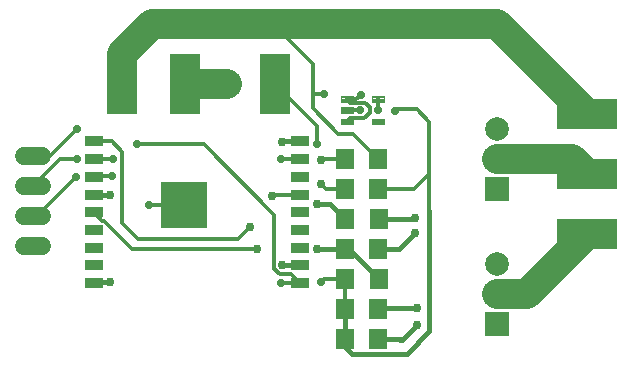
<source format=gbr>
G04 EAGLE Gerber RS-274X export*
G75*
%MOMM*%
%FSLAX34Y34*%
%LPD*%
%INTop Copper*%
%IPPOS*%
%AMOC8*
5,1,8,0,0,1.08239X$1,22.5*%
G01*
%ADD10R,5.080000X2.540000*%
%ADD11R,1.600000X1.800000*%
%ADD12R,2.540000X5.080000*%
%ADD13R,1.500000X0.900000*%
%ADD14R,4.000000X4.000000*%
%ADD15C,2.000000*%
%ADD16R,2.000000X2.000000*%
%ADD17R,1.600000X1.803000*%
%ADD18C,0.102000*%
%ADD19C,1.524000*%
%ADD20C,0.304800*%
%ADD21C,0.756400*%
%ADD22C,2.540000*%
%ADD23C,0.406400*%
%ADD24C,0.711200*%
%ADD25C,1.524000*%


D10*
X495300Y228600D03*
D11*
X290800Y63500D03*
X318800Y63500D03*
X290800Y38100D03*
X318800Y38100D03*
X318800Y114300D03*
X290800Y114300D03*
X318800Y165100D03*
X290800Y165100D03*
X318800Y190500D03*
X290800Y190500D03*
D10*
X495300Y127000D03*
D12*
X155321Y254000D03*
X231140Y254000D03*
D13*
X252600Y85300D03*
X252600Y100300D03*
X252600Y115300D03*
X252600Y130300D03*
X252600Y145300D03*
X252600Y160300D03*
X252600Y175300D03*
X252600Y190300D03*
X252600Y205300D03*
X77600Y205300D03*
X77600Y190300D03*
X77600Y175300D03*
X77600Y160300D03*
X77600Y145300D03*
X77600Y130300D03*
X77600Y115300D03*
X77600Y100300D03*
X77600Y85300D03*
D14*
X154100Y151400D03*
D15*
X419100Y76200D03*
D16*
X419100Y50800D03*
D15*
X419100Y101600D03*
X419100Y190500D03*
D16*
X419100Y165100D03*
D15*
X419100Y215900D03*
D17*
X290580Y88900D03*
X319020Y88900D03*
X319020Y139700D03*
X290580Y139700D03*
D18*
X287183Y238658D02*
X297163Y238658D01*
X287183Y238658D02*
X287183Y243638D01*
X297163Y243638D01*
X297163Y238658D01*
X297163Y239627D02*
X287183Y239627D01*
X287183Y240596D02*
X297163Y240596D01*
X297163Y241565D02*
X287183Y241565D01*
X287183Y242534D02*
X297163Y242534D01*
X297163Y243503D02*
X287183Y243503D01*
X287183Y229158D02*
X297163Y229158D01*
X287183Y229158D02*
X287183Y234138D01*
X297163Y234138D01*
X297163Y229158D01*
X297163Y230127D02*
X287183Y230127D01*
X287183Y231096D02*
X297163Y231096D01*
X297163Y232065D02*
X287183Y232065D01*
X287183Y233034D02*
X297163Y233034D01*
X297163Y234003D02*
X287183Y234003D01*
X287183Y219658D02*
X297163Y219658D01*
X287183Y219658D02*
X287183Y224638D01*
X297163Y224638D01*
X297163Y219658D01*
X297163Y220627D02*
X287183Y220627D01*
X287183Y221596D02*
X297163Y221596D01*
X297163Y222565D02*
X287183Y222565D01*
X287183Y223534D02*
X297163Y223534D01*
X297163Y224503D02*
X287183Y224503D01*
X313183Y219658D02*
X323163Y219658D01*
X313183Y219658D02*
X313183Y224638D01*
X323163Y224638D01*
X323163Y219658D01*
X323163Y220627D02*
X313183Y220627D01*
X313183Y221596D02*
X323163Y221596D01*
X323163Y222565D02*
X313183Y222565D01*
X313183Y223534D02*
X323163Y223534D01*
X323163Y224503D02*
X313183Y224503D01*
X313183Y238658D02*
X323163Y238658D01*
X313183Y238658D02*
X313183Y243638D01*
X323163Y243638D01*
X323163Y238658D01*
X323163Y239627D02*
X313183Y239627D01*
X313183Y240596D02*
X323163Y240596D01*
X323163Y241565D02*
X313183Y241565D01*
X313183Y242534D02*
X323163Y242534D01*
X323163Y243503D02*
X313183Y243503D01*
D12*
X101600Y254000D03*
D10*
X495300Y177800D03*
D19*
X34036Y193040D02*
X18796Y193040D01*
X18796Y167640D02*
X34036Y167640D01*
X34036Y142240D02*
X18796Y142240D01*
X18796Y116840D02*
X34036Y116840D01*
D20*
X77600Y145300D02*
X85052Y137848D01*
X86363Y137848D01*
X109911Y114300D02*
X215900Y114300D01*
D21*
X215900Y114300D03*
D20*
X109911Y114300D02*
X86363Y137848D01*
X93150Y205300D02*
X77600Y205300D01*
X101854Y196596D02*
X101854Y136144D01*
X115062Y122936D01*
X101854Y196596D02*
X93150Y205300D01*
X115062Y122936D02*
X200152Y122936D01*
D21*
X210058Y132842D03*
D20*
X200152Y122936D01*
D22*
X155321Y251479D02*
X155321Y254000D01*
D23*
X91160Y160300D02*
X77600Y160300D01*
X91160Y160300D02*
X91440Y160020D01*
D21*
X91440Y160020D03*
D23*
X78660Y86360D02*
X77600Y85300D01*
X78660Y86360D02*
X91440Y86360D01*
D21*
X91440Y86360D03*
D23*
X339090Y37592D02*
X351790Y50292D01*
X339090Y37592D02*
X337447Y37592D01*
X337259Y38100D01*
X318800Y38100D01*
D21*
X351790Y50292D03*
D23*
X351790Y64262D02*
X351790Y64516D01*
X319816Y64516D01*
X318800Y63500D01*
D21*
X351790Y64262D03*
D23*
X336296Y114300D02*
X318800Y114300D01*
X336296Y114300D02*
X349758Y127762D01*
D21*
X349758Y127762D03*
D23*
X348996Y139700D02*
X319020Y139700D01*
X348996Y139700D02*
X350012Y140716D01*
D21*
X350012Y140716D03*
D23*
X270032Y189454D02*
X270002Y189484D01*
D21*
X270002Y189484D03*
D23*
X252600Y205300D02*
X237050Y205300D01*
X236982Y205232D01*
D21*
X236982Y205232D03*
D20*
X274066Y165100D02*
X290800Y165100D01*
X274066Y165100D02*
X270002Y169164D01*
D21*
X270002Y169164D03*
D20*
X271078Y190500D02*
X290800Y190500D01*
X271078Y190500D02*
X270032Y189454D01*
X292173Y231648D02*
X303530Y231648D01*
D24*
X303530Y231648D03*
D20*
X154100Y151400D02*
X124222Y151400D01*
X124206Y151384D01*
D24*
X124206Y151384D03*
D22*
X155321Y254000D02*
X190500Y254000D01*
D25*
X190500Y254000D03*
D22*
X482600Y190500D02*
X495300Y177800D01*
X482600Y190500D02*
X419100Y190500D01*
X495300Y127000D02*
X444500Y76200D01*
X419100Y76200D01*
D23*
X290800Y63500D02*
X290800Y38100D01*
X342756Y25544D02*
X342900Y25400D01*
X290800Y31371D02*
X290800Y38100D01*
X290800Y31371D02*
X296627Y25544D01*
X342756Y25544D01*
X342900Y25400D02*
X361950Y44450D01*
X361950Y146050D01*
D20*
X361950Y177800D01*
X290580Y88900D02*
X290800Y88680D01*
X290800Y63500D01*
X318800Y165100D02*
X349250Y165100D01*
X361950Y177800D01*
X361950Y221996D01*
X351536Y232410D02*
X334518Y232410D01*
X332994Y230886D01*
D24*
X332994Y230886D03*
X318262Y231902D03*
D20*
X318173Y231991D01*
X318173Y241148D01*
X351536Y232410D02*
X361950Y221996D01*
X40640Y193040D02*
X26416Y193040D01*
X40640Y193040D02*
X63500Y215900D01*
D24*
X63500Y215900D03*
X114300Y203200D03*
D20*
X245148Y92752D02*
X252600Y85300D01*
X170861Y203200D02*
X114300Y203200D01*
X230660Y97501D02*
X235409Y92752D01*
X245148Y92752D01*
X230660Y143401D02*
X170861Y203200D01*
X230660Y143401D02*
X230660Y97501D01*
X236430Y85300D02*
X252600Y85300D01*
X236430Y85300D02*
X236220Y85090D01*
D24*
X236220Y85090D03*
X270510Y86360D03*
D20*
X273050Y88900D01*
X290580Y88900D01*
D22*
X101600Y254000D02*
X101600Y279400D01*
X127000Y304800D01*
X229362Y304800D01*
X419100Y304800D01*
X495300Y228600D01*
D20*
X311404Y234638D02*
X307790Y238252D01*
X311404Y234638D02*
X311404Y229421D01*
X307028Y225044D01*
X295069Y238252D02*
X292173Y241148D01*
X295069Y225044D02*
X292173Y222148D01*
X295069Y238252D02*
X307790Y238252D01*
X307028Y225044D02*
X295069Y225044D01*
X292173Y241148D02*
X300076Y241148D01*
X303784Y244856D01*
D24*
X303784Y244856D03*
X272796Y245618D03*
D20*
X263144Y245618D01*
X263144Y271018D02*
X229362Y304800D01*
X297426Y211874D02*
X318800Y190500D01*
X297426Y211874D02*
X284835Y211874D01*
X263144Y233565D01*
X263144Y245618D01*
X263144Y271018D01*
D23*
X293620Y114300D02*
X319020Y88900D01*
X293620Y114300D02*
X290800Y114300D01*
X252600Y100300D02*
X237520Y100300D01*
X237490Y100330D01*
D21*
X237490Y100330D03*
X266700Y114300D03*
D23*
X290800Y114300D01*
X290580Y139700D02*
X277880Y152400D01*
X266700Y152400D01*
D21*
X266700Y152400D03*
X228854Y158750D03*
D20*
X230404Y160300D01*
X252600Y160300D01*
X266700Y218440D02*
X231140Y254000D01*
X266700Y218440D02*
X266700Y203200D01*
D24*
X266700Y203200D03*
X236474Y190246D03*
D20*
X252546Y190246D01*
X252600Y190300D01*
X29972Y142240D02*
X26416Y142240D01*
X29972Y142240D02*
X62738Y175006D01*
D24*
X62738Y175006D03*
X92964Y175768D03*
D20*
X78068Y175768D01*
X77600Y175300D01*
X49276Y190500D02*
X26416Y167640D01*
X49276Y190500D02*
X63500Y190500D01*
D24*
X63500Y190500D03*
X93726Y190500D03*
D20*
X93526Y190300D01*
X77600Y190300D01*
M02*

</source>
